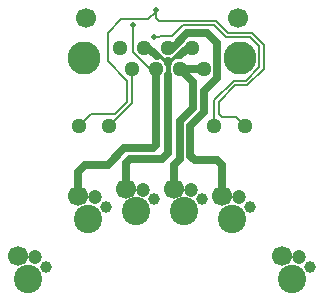
<source format=gbr>
G04 start of page 2 for group 0 idx 0 *
G04 Title: (unknown), P1_W1 *
G04 Creator: pcb 4.2.0 *
G04 CreationDate: Sun Sep  6 18:52:41 2020 UTC *
G04 For: commonadmin *
G04 Format: Gerber/RS-274X *
G04 PCB-Dimensions (mil): 1250.00 1500.00 *
G04 PCB-Coordinate-Origin: lower left *
%MOIN*%
%FSLAX25Y25*%
%LNTOP*%
%ADD27C,0.0354*%
%ADD26C,0.0197*%
%ADD25C,0.0295*%
%ADD24C,0.0492*%
%ADD23C,0.0787*%
%ADD22C,0.0100*%
%ADD21C,0.0200*%
%ADD20C,0.1102*%
%ADD19C,0.0512*%
%ADD18C,0.0394*%
%ADD17C,0.0472*%
%ADD16C,0.0669*%
%ADD15C,0.0945*%
%ADD14C,0.0160*%
%ADD13C,0.0140*%
%ADD12C,0.0060*%
%ADD11C,0.0250*%
G54D11*X78571Y89957D02*X70539D01*
X73043Y97043D02*X70500Y94500D01*
X74555Y97043D02*X73043D01*
G54D12*X54476Y78500D02*Y89957D01*
X82000Y71055D02*X82035Y71020D01*
X82000Y79500D02*Y71055D01*
X88500Y86000D02*X82000Y79500D01*
X54476Y78500D02*X46996Y71020D01*
X94000Y100500D02*X86000D01*
X97000Y97500D02*X94000Y100500D01*
X82000Y104500D02*X86000Y100500D01*
X92500Y86000D02*X88500D01*
X97000Y90500D02*X92500Y86000D01*
X97000Y97500D02*Y90500D01*
X71500Y104500D02*X82000D01*
X68000Y101000D02*X71500Y104500D01*
X64000Y101000D02*X68000D01*
X63500Y100500D02*X64000Y101000D01*
X62000Y100500D02*X63500D01*
X62000D02*X62500D01*
G54D11*X70539Y60039D02*Y72508D01*
X75031Y77000D01*
Y85465D01*
X70539Y89957D01*
X68500Y50024D02*X68457Y49980D01*
X68500Y58000D02*Y50024D01*
X70539Y60039D02*X68500Y58000D01*
G54D13*X70500Y94000D02*X69000D01*
X68000Y93000D02*X70000Y95000D01*
G54D11*X66500Y62000D02*X64500Y60000D01*
X66500Y88000D02*Y62000D01*
G54D14*Y91500D02*Y86000D01*
G54D13*Y93000D02*X68000D01*
G54D14*X62500Y94000D02*X63000D01*
X66500Y93000D02*X65500D01*
G54D11*X66500Y92500D02*Y92000D01*
G54D13*X64516Y93484D02*X66500Y91500D01*
X64516Y93500D02*Y93484D01*
X63516Y94500D02*X64516Y93500D01*
X62500Y94500D02*X63516D01*
G54D11*X59957Y97043D02*X62500Y94500D01*
X58492Y97043D02*X59957D01*
X52500Y50024D02*X52457Y49980D01*
X52500Y58500D02*Y50024D01*
X54000Y60000D02*X52500Y58500D01*
X64500Y60000D02*X54000D01*
G54D12*X89094Y74000D02*X92075Y71020D01*
X84500Y74000D02*X89094D01*
X83500Y75000D02*X84500Y74000D01*
X83500Y79000D02*Y75000D01*
X89000Y84500D02*X83500Y79000D01*
X93000Y84500D02*X89000D01*
X98500Y90000D02*X93000Y84500D01*
X98500Y98000D02*Y90000D01*
X94500Y102000D02*X98500Y98000D01*
X86500Y102000D02*X94500D01*
X82500Y106000D02*X86500Y102000D01*
X63500Y106000D02*X82500D01*
X53000Y86000D02*Y79000D01*
X46500Y92500D02*X53000Y86000D01*
X46500Y102000D02*Y92500D01*
X51000Y106500D02*X46500Y102000D01*
X62500Y109000D02*X60000Y106500D01*
X63500Y106000D02*X62500Y107000D01*
X60000Y106500D02*X51000D01*
X62500Y109500D02*Y109000D01*
X55000Y95500D02*Y104500D01*
X60543Y89957D02*X55000Y95500D01*
X62508Y89957D02*X60543D01*
X62500Y107000D02*Y109500D01*
G54D11*X62508Y89957D02*Y64508D01*
Y89957D02*X62457D01*
X61500Y63500D02*X52000D01*
X62508Y64508D02*X61500Y63500D01*
G54D12*X40937Y75000D02*X36957Y71020D01*
X49000Y75000D02*X40937D01*
X53000Y79000D02*X49000Y75000D01*
G54D11*X36500Y55500D02*Y47524D01*
X39000Y58000D02*X36500Y55500D01*
X46500Y58000D02*X39000D01*
X52000Y63500D02*X46500Y58000D01*
X36500Y47524D02*X36457Y47480D01*
X83000Y87000D02*X81500Y85500D01*
X83000Y98500D02*Y87000D01*
X79500Y102000D02*X83000Y98500D01*
X73000Y102000D02*X79500D01*
X81531Y85531D02*Y85500D01*
X84500Y47524D02*X84457Y47480D01*
X84500Y58000D02*Y47524D01*
X83000Y59500D02*X84500Y58000D01*
X68043Y97043D02*X73000Y102000D01*
X66524Y97043D02*X68043D01*
X81531Y85500D02*X78531Y82500D01*
Y75500D01*
X74031Y71000D01*
Y60969D01*
X75500Y59500D01*
X83000D01*
G54D15*X20000Y20000D03*
G54D16*X16457Y27480D03*
G54D17*X22362Y27087D03*
G54D18*X25906Y23937D03*
G54D15*X108000Y20000D03*
G54D16*X104457Y27480D03*
G54D17*X110362Y27087D03*
G54D18*X113906Y23937D03*
G54D15*X72000Y42500D03*
X88000Y40000D03*
G54D18*X93906Y43937D03*
G54D15*X56000Y42500D03*
X40000Y40000D03*
G54D18*X45906Y43937D03*
G54D17*X74362Y49587D03*
G54D18*X77906Y46437D03*
G54D16*X84457Y47480D03*
G54D17*X90362Y47087D03*
G54D16*X68457Y49980D03*
X52457D03*
G54D17*X58362Y49587D03*
G54D18*X61906Y46437D03*
G54D16*X36457Y47480D03*
G54D17*X42362Y47087D03*
G54D19*X82035Y71020D03*
X92075D03*
G54D16*X89713Y107004D03*
X39319D03*
G54D20*X38531Y93500D03*
G54D19*X36957Y71020D03*
X46996D03*
G54D20*X90500Y93500D03*
G54D19*X74555Y97043D03*
X78571Y89957D03*
X66524Y97043D03*
X58492D03*
X50461D03*
X62508Y89957D03*
X54476D03*
X70539D03*
G54D21*X62000Y100500D03*
X55000Y104500D03*
X62500Y109500D03*
G54D22*G54D23*G54D24*G54D25*G54D26*G54D23*G54D24*G54D25*G54D26*G54D23*G54D26*G54D23*G54D26*G54D25*G54D26*G54D24*G54D25*G54D24*G54D25*G54D26*G54D24*G54D25*G54D27*G54D19*G54D15*G54D27*G54D15*G54D27*M02*

</source>
